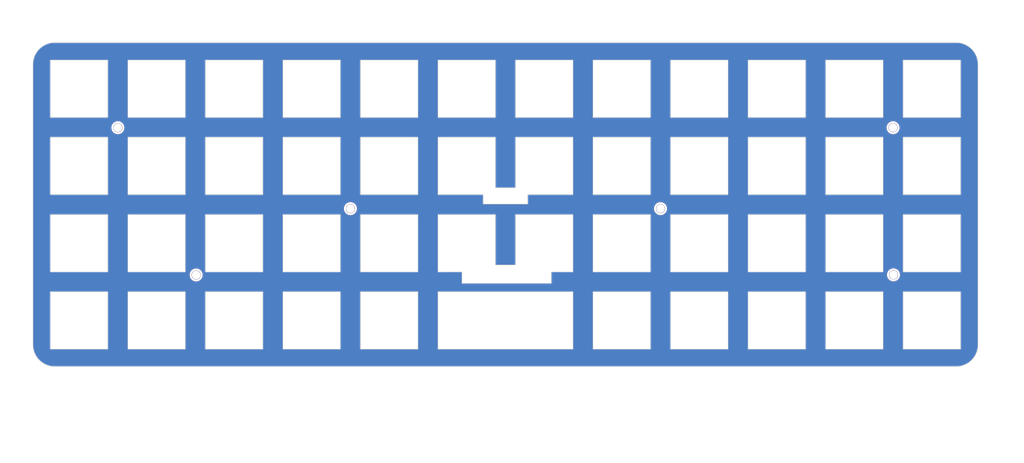
<source format=kicad_pcb>
(kicad_pcb (version 20221018) (generator pcbnew)
  (layers (0 "F.Cu" signal) (31 "B.Cu" signal) (34 "B.Paste" user) (35 "F.Paste" user) (36 "B.SilkS" user "B.Silkscreen") (37 "F.SilkS" user "F.Silkscreen") (38 "B.Mask" user) (39 "F.Mask" user) (44 "Edge.Cuts" user))
  (net 0 "")
  (footprint "MountingHole:MountingHole_2.1mm" (layer "F.Cu") (at 90.0684 53.9242)
    (fp_text reference "REF**")
    (fp_text value "MountingHole_2.1mm")
    (pad "" thru_hole circle (at 0 0) (size 2.2 2.2) (drill 2.1) (layers "*.Cu" "*.Mask"))
  )
  (footprint "MountingHole:MountingHole_2.1mm" (layer "F.Cu") (at 52.16 70.2374)
    (fp_text reference "REF**")
    (fp_text value "MountingHole_2.1mm")
    (pad "" thru_hole circle (at 0 0) (size 2.2 2.2) (drill 2.1) (layers "*.Cu" "*.Mask"))
  )
  (footprint "MountingHole:MountingHole_2.1mm" (layer "F.Cu") (at 32.9184 34.0106)
    (fp_text reference "REF**")
    (fp_text value "MountingHole_2.1mm")
    (pad "" thru_hole circle (at 0 0) (size 2.2 2.2) (drill 2.1) (layers "*.Cu" "*.Mask"))
  )
  (footprint "MountingHole:MountingHole_2.1mm" (layer "F.Cu") (at 166.2684 53.9242)
    (fp_text reference "REF**")
    (fp_text value "MountingHole_2.1mm")
    (pad "" thru_hole circle (at 0 0) (size 2.2 2.2) (drill 2.1) (layers "*.Cu" "*.Mask"))
  )
  (footprint "MountingHole:MountingHole_2.1mm" (layer "F.Cu") (at 223.52 70.2056)
    (fp_text reference "REF**")
    (fp_text value "MountingHole_2.1mm")
    (pad "" thru_hole circle (at 0 0) (size 2.2 2.2) (drill 2.1) (layers "*.Cu" "*.Mask"))
  )
  (footprint "MountingHole:MountingHole_2.1mm" (layer "F.Cu") (at 223.4184 34.0106)
    (fp_text reference "REF**")
    (fp_text value "MountingHole_2.1mm")
    (pad "" thru_hole circle (at 0 0) (size 2.2 2.2) (drill 2.1) (layers "*.Cu" "*.Mask"))
  )
  (gr_line (start 87.622 31.496) (end 73.472 31.496) (stroke (width 0.1)) (layer "Edge.Cuts"))
  (gr_line (start 201.922 88.496) (end 187.772 88.496) (stroke (width 0.1)) (layer "Edge.Cuts"))
  (gr_line (start 30.472 17.346) (end 30.472 31.496) (stroke (width 0.1)) (layer "Edge.Cuts"))
  (gr_line (start 16.322 69.496) (end 16.322 55.346) (stroke (width 0.1)) (layer "Edge.Cuts"))
  (gr_line (start 117.47 69.4944) (end 111.572 69.496) (stroke (width 0.1)) (layer "Edge.Cuts"))
  (gr_line (start 182.872 50.496) (end 168.722 50.496) (stroke (width 0.1)) (layer "Edge.Cuts"))
  (gr_line (start 220.972 69.496) (end 206.822 69.496) (stroke (width 0.1)) (layer "Edge.Cuts"))
  (gr_line (start 68.572 88.496) (end 54.422 88.496) (stroke (width 0.1)) (layer "Edge.Cuts"))
  (gr_line (start 111.572 74.346) (end 144.772 74.346) (stroke (width 0.1)) (layer "Edge.Cuts"))
  (gr_line (start 163.822 17.346) (end 163.822 31.496) (stroke (width 0.1)) (layer "Edge.Cuts"))
  (gr_line (start 106.672 88.496) (end 92.522 88.496) (stroke (width 0.1)) (layer "Edge.Cuts"))
  (gr_line (start 240.022 55.346) (end 240.022 69.496) (stroke (width 0.1)) (layer "Edge.Cuts"))
  (gr_line (start 125.722 17.346) (end 125.722 31.496) (stroke (width 0.1)) (layer "Edge.Cuts"))
  (gr_line (start 35.372 36.346) (end 49.522 36.346) (stroke (width 0.1)) (layer "Edge.Cuts"))
  (gr_line (start 225.872 88.496) (end 225.872 74.346) (stroke (width 0.1)) (layer "Edge.Cuts"))
  (gr_line (start 187.772 69.496) (end 187.772 55.346) (stroke (width 0.1)) (layer "Edge.Cuts"))
  (gr_line (start 201.922 74.346) (end 201.922 88.496) (stroke (width 0.1)) (layer "Edge.Cuts"))
  (gr_line (start 220.972 36.346) (end 220.972 50.496) (stroke (width 0.1)) (layer "Edge.Cuts"))
  (gr_line (start 144.772 88.496) (end 111.572 88.496) (stroke (width 0.1)) (layer "Edge.Cuts"))
  (gr_line (start 133.67 50.496) (end 133.67 52.8112) (stroke (width 0.1)) (layer "Edge.Cuts"))
  (gr_line (start 206.822 17.346) (end 220.972 17.346) (stroke (width 0.1)) (layer "Edge.Cuts"))
  (gr_line (start 92.522 17.346) (end 106.672 17.346) (stroke (width 0.1)) (layer "Edge.Cuts"))
  (gr_line (start 144.772 55.346) (end 144.772 69.496) (stroke (width 0.1)) (layer "Edge.Cuts"))
  (gr_line (start 35.372 17.346) (end 49.522 17.346) (stroke (width 0.1)) (layer "Edge.Cuts"))
  (gr_line (start 220.972 31.496) (end 206.822 31.496) (stroke (width 0.1)) (layer "Edge.Cuts"))
  (gr_line (start 54.422 55.346) (end 68.572 55.346) (stroke (width 0.1)) (layer "Edge.Cuts"))
  (gr_line (start 68.572 74.346) (end 68.572 88.496) (stroke (width 0.1)) (layer "Edge.Cuts"))
  (gr_line (start 168.722 74.346) (end 182.872 74.346) (stroke (width 0.1)) (layer "Edge.Cuts"))
  (gr_line (start 68.572 36.346) (end 68.572 50.496) (stroke (width 0.1)) (layer "Edge.Cuts"))
  (gr_line (start 30.472 36.346) (end 30.472 50.496) (stroke (width 0.1)) (layer "Edge.Cuts"))
  (gr_line (start 125.722 55.346) (end 125.722 67.77) (stroke (width 0.1)) (layer "Edge.Cuts"))
  (gr_line (start 182.872 74.346) (end 182.872 88.496) (stroke (width 0.1)) (layer "Edge.Cuts"))
  (gr_line (start 149.672 74.346) (end 163.822 74.346) (stroke (width 0.1)) (layer "Edge.Cuts"))
  (gr_line (start 106.672 17.346) (end 106.672 31.496) (stroke (width 0.1)) (layer "Edge.Cuts"))
  (gr_arc (start 17.42 92.7354) (mid 13.636979 91.168421) (end 12.07 87.3854) (stroke (width 0.1)) (layer "Edge.Cuts"))
  (gr_line (start 92.522 50.496) (end 92.522 36.346) (stroke (width 0.1)) (layer "Edge.Cuts"))
  (gr_line (start 54.422 74.346) (end 68.572 74.346) (stroke (width 0.1)) (layer "Edge.Cuts"))
  (gr_line (start 54.422 50.496) (end 54.422 36.346) (stroke (width 0.1)) (layer "Edge.Cuts"))
  (gr_line (start 122.67 50.496) (end 111.572 50.496) (stroke (width 0.1)) (layer "Edge.Cuts"))
  (gr_line (start 220.972 55.346) (end 220.972 69.496) (stroke (width 0.1)) (layer "Edge.Cuts"))
  (gr_line (start 187.772 36.346) (end 201.922 36.346) (stroke (width 0.1)) (layer "Edge.Cuts"))
  (gr_line (start 220.972 17.346) (end 220.972 31.496) (stroke (width 0.1)) (layer "Edge.Cuts"))
  (gr_line (start 54.422 17.346) (end 68.572 17.346) (stroke (width 0.1)) (layer "Edge.Cuts"))
  (gr_line (start 149.672 31.496) (end 149.672 17.346) (stroke (width 0.1)) (layer "Edge.Cuts"))
  (gr_line (start 35.372 74.346) (end 49.522 74.346) (stroke (width 0.1)) (layer "Edge.Cuts"))
  (gr_line (start 149.672 88.496) (end 149.672 74.346) (stroke (width 0.1)) (layer "Edge.Cuts"))
  (gr_line (start 130.622 31.496) (end 130.622 17.346) (stroke (width 0.1)) (layer "Edge.Cuts"))
  (gr_line (start 49.522 74.346) (end 49.522 88.496) (stroke (width 0.1)) (layer "Edge.Cuts"))
  (gr_line (start 187.772 55.346) (end 201.922 55.346) (stroke (width 0.1)) (layer "Edge.Cuts"))
  (gr_line (start 49.522 17.346) (end 49.522 31.496) (stroke (width 0.1)) (layer "Edge.Cuts"))
  (gr_line (start 225.872 55.346) (end 240.022 55.346) (stroke (width 0.1)) (layer "Edge.Cuts"))
  (gr_line (start 54.422 88.496) (end 54.422 74.346) (stroke (width 0.1)) (layer "Edge.Cuts"))
  (gr_line (start 87.622 88.496) (end 73.472 88.496) (stroke (width 0.1)) (layer "Edge.Cuts"))
  (gr_line (start 30.472 69.496) (end 16.322 69.496) (stroke (width 0.1)) (layer "Edge.Cuts"))
  (gr_line (start 30.472 31.496) (end 16.322 31.496) (stroke (width 0.1)) (layer "Edge.Cuts"))
  (gr_line (start 149.672 17.346) (end 163.822 17.346) (stroke (width 0.1)) (layer "Edge.Cuts"))
  (gr_line (start 128.47 72.31) (end 117.47 72.31) (stroke (width 0.1)) (layer "Edge.Cuts"))
  (gr_line (start 35.372 69.496) (end 35.372 55.346) (stroke (width 0.1)) (layer "Edge.Cuts"))
  (gr_arc (start 12.07 18.441) (mid 13.636979 14.657979) (end 17.42 13.091) (stroke (width 0.1)) (layer "Edge.Cuts"))
  (gr_line (start 163.822 69.496) (end 149.672 69.496) (stroke (width 0.1)) (layer "Edge.Cuts"))
  (gr_line (start 168.722 88.496) (end 168.722 74.346) (stroke (width 0.1)) (layer "Edge.Cuts"))
  (gr_line (start 68.572 50.496) (end 54.422 50.496) (stroke (width 0.1)) (layer "Edge.Cuts"))
  (gr_line (start 240.022 31.496) (end 225.872 31.496) (stroke (width 0.1)) (layer "Edge.Cuts"))
  (gr_line (start 130.622 55.346) (end 144.772 55.346) (stroke (width 0.1)) (layer "Edge.Cuts"))
  (gr_line (start 182.872 55.346) (end 182.872 69.496) (stroke (width 0.1)) (layer "Edge.Cuts"))
  (gr_line (start 111.572 17.346) (end 125.722 17.346) (stroke (width 0.1)) (layer "Edge.Cuts"))
  (gr_line (start 16.322 31.496) (end 16.322 17.346) (stroke (width 0.1)) (layer "Edge.Cuts"))
  (gr_line (start 87.622 17.346) (end 87.622 31.496) (stroke (width 0.1)) (layer "Edge.Cuts"))
  (gr_line (start 111.572 36.346) (end 125.722 36.346) (stroke (width 0.1)) (layer "Edge.Cuts"))
  (gr_line (start 106.672 55.346) (end 106.672 69.496) (stroke (width 0.1)) (layer "Edge.Cuts"))
  (gr_line (start 225.872 69.496) (end 225.872 55.346) (stroke (width 0.1)) (layer "Edge.Cuts"))
  (gr_line (start 87.622 36.346) (end 87.622 50.496) (stroke (width 0.1)) (layer "Edge.Cuts"))
  (gr_line (start 30.472 55.346) (end 30.472 69.496) (stroke (width 0.1)) (layer "Edge.Cuts"))
  (gr_line (start 163.822 74.346) (end 163.822 88.496) (stroke (width 0.1)) (layer "Edge.Cuts"))
  (gr_line (start 168.722 55.346) (end 182.872 55.346) (stroke (width 0.1)) (layer "Edge.Cuts"))
  (gr_line (start 54.422 69.496) (end 54.422 55.346) (stroke (width 0.1)) (layer "Edge.Cuts"))
  (gr_line (start 182.872 17.346) (end 182.872 31.496) (stroke (width 0.1)) (layer "Edge.Cuts"))
  (gr_line (start 30.472 50.496) (end 16.322 50.496) (stroke (width 0.1)) (layer "Edge.Cuts"))
  (gr_line (start 225.872 36.346) (end 240.022 36.346) (stroke (width 0.1)) (layer "Edge.Cuts"))
  (gr_line (start 16.322 88.496) (end 16.322 74.346) (stroke (width 0.1)) (layer "Edge.Cuts"))
  (gr_line (start 111.572 55.346) (end 125.722 55.346) (stroke (width 0.1)) (layer "Edge.Cuts"))
  (gr_line (start 244.27 87.3854) (end 244.27 18.441) (stroke (width 0.1)) (layer "Edge.Cuts"))
  (gr_line (start 49.522 88.496) (end 35.372 88.496) (stroke (width 0.1)) (layer "Edge.Cuts"))
  (gr_line (start 168.722 17.346) (end 182.872 17.346) (stroke (width 0.1)) (layer "Edge.Cuts"))
  (gr_line (start 106.672 69.496) (end 92.522 69.496) (stroke (width 0.1)) (layer "Edge.Cuts"))
  (gr_line (start 163.822 55.346) (end 163.822 69.496) (stroke (width 0.1)) (layer "Edge.Cuts"))
  (gr_line (start 187.772 74.346) (end 201.922 74.346) (stroke (width 0.1)) (layer "Edge.Cuts"))
  (gr_line (start 54.422 31.496) (end 54.422 17.346) (stroke (width 0.1)) (layer "Edge.Cuts"))
  (gr_line (start 106.672 74.346) (end 106.672 88.496) (stroke (width 0.1)) (layer "Edge.Cuts"))
  (gr_line (start 240.022 74.346) (end 240.022 88.496) (stroke (width 0.1)) (layer "Edge.Cuts"))
  (gr_line (start 16.322 36.346) (end 30.472 36.346) (stroke (width 0.1)) (layer "Edge.Cuts"))
  (gr_line (start 220.972 74.346) (end 220.972 88.496) (stroke (width 0.1)) (layer "Edge.Cuts"))
  (gr_line (start 49.522 69.496) (end 35.372 69.496) (stroke (width 0.1)) (layer "Edge.Cuts"))
  (gr_line (start 225.872 31.496) (end 225.872 17.346) (stroke (width 0.1)) (layer "Edge.Cuts"))
  (gr_line (start 111.572 50.496) (end 111.572 36.346) (stroke (width 0.1)) (layer "Edge.Cuts"))
  (gr_line (start 12.07 18.441) (end 12.07 87.3854) (stroke (width 0.1)) (layer "Edge.Cuts"))
  (gr_line (start 16.322 50.496) (end 16.322 36.346) (stroke (width 0.1)) (layer "Edge.Cuts"))
  (gr_line (start 16.322 55.346) (end 30.472 55.346) (stroke (width 0.1)) (layer "Edge.Cuts"))
  (gr_line (start 139.47 72.31) (end 139.47 69.4944) (stroke (width 0.1)) (layer "Edge.Cuts"))
  (gr_line (start 111.572 31.496) (end 111.572 17.346) (stroke (width 0.1)) (layer "Edge.Cuts"))
  (gr_line (start 201.922 69.496) (end 187.772 69.496) (stroke (width 0.1)) (layer "Edge.Cuts"))
  (gr_line (start 187.772 50.496) (end 187.772 36.346) (stroke (width 0.1)) (layer "Edge.Cuts"))
  (gr_line (start 201.922 50.496) (end 187.772 50.496) (stroke (width 0.1)) (layer "Edge.Cuts"))
  (gr_line (start 206.822 36.346) (end 220.972 36.346) (stroke (width 0.1)) (layer "Edge.Cuts"))
  (gr_line (start 182.872 36.346) (end 182.872 50.496) (stroke (width 0.1)) (layer "Edge.Cuts"))
  (gr_line (start 130.622 17.346) (end 144.772 17.346) (stroke (width 0.1)) (layer "Edge.Cuts"))
  (gr_line (start 68.572 17.346) (end 68.572 31.496) (stroke (width 0.1)) (layer "Edge.Cuts"))
  (gr_line (start 220.972 50.496) (end 206.822 50.496) (stroke (width 0.1)) (layer "Edge.Cuts"))
  (gr_line (start 206.822 69.496) (end 206.822 55.346) (stroke (width 0.1)) (layer "Edge.Cuts"))
  (gr_line (start 240.022 36.346) (end 240.022 50.496) (stroke (width 0.1)) (layer "Edge.Cuts"))
  (gr_line (start 73.472 17.346) (end 87.622 17.346) (stroke (width 0.1)) (layer "Edge.Cuts"))
  (gr_line (start 73.472 50.496) (end 73.472 36.346) (stroke (width 0.1)) (layer "Edge.Cuts"))
  (gr_line (start 125.722 67.77) (end 130.622 67.77) (stroke (width 0.1)) (layer "Edge.Cuts"))
  (gr_line (start 130.622 67.77) (end 130.622 55.346) (stroke (width 0.1)) (layer "Edge.Cuts"))
  (gr_line (start 163.822 50.496) (end 149.672 50.496) (stroke (width 0.1)) (layer "Edge.Cuts"))
  (gr_line (start 168.722 50.496) (end 168.722 36.346) (stroke (width 0.1)) (layer "Edge.Cuts"))
  (gr_line (start 35.372 88.496) (end 35.372 74.346) (stroke (width 0.1)) (layer "Edge.Cuts"))
  (gr_line (start 92.522 55.346) (end 106.672 55.346) (stroke (width 0.1)) (layer "Edge.Cuts"))
  (gr_line (start 73.472 55.346) (end 87.622 55.346) (stroke (width 0.1)) (layer "Edge.Cuts"))
  (gr_line (start 35.372 31.496) (end 35.372 17.346) (stroke (width 0.1)) (layer "Edge.Cuts"))
  (gr_line (start 30.472 74.346) (end 30.472 88.496) (stroke (width 0.1)) (layer "Edge.Cuts"))
  (gr_line (start 49.522 55.346) (end 49.522 69.496) (stroke (width 0.1)) (layer "Edge.Cuts"))
  (gr_line (start 73.472 74.346) (end 87.622 74.346) (stroke (width 0.1)) (layer "Edge.Cuts"))
  (gr_line (start 106.672 50.496) (end 92.522 50.496) (stroke (width 0.1)) (layer "Edge.Cuts"))
  (gr_line (start 201.922 36.346) (end 201.922 50.496) (stroke (width 0.1)) (layer "Edge.Cuts"))
  (gr_line (start 225.872 50.496) (end 225.872 36.346) (stroke (width 0.1)) (layer "Edge.Cuts"))
  (gr_line (start 73.472 69.496) (end 73.472 55.346) (stroke (width 0.1)) (layer "Edge.Cuts"))
  (gr_line (start 49.522 31.496) (end 35.372 31.496) (stroke (width 0.1)) (layer "Edge.Cuts"))
  (gr_line (start 87.622 69.496) (end 73.472 69.496) (stroke (width 0.1)) (layer "Edge.Cuts"))
  (gr_line (start 187.772 88.496) (end 187.772 74.346) (stroke (width 0.1)) (layer "Edge.Cuts"))
  (gr_line (start 225.872 17.346) (end 240.022 17.346) (stroke (width 0.1)) (layer "Edge.Cuts"))
  (gr_line (start 106.672 31.496) (end 92.522 31.496) (stroke (width 0.1)) (layer "Edge.Cuts"))
  (gr_line (start 206.822 55.346) (end 220.972 55.346) (stroke (width 0.1)) (layer "Edge.Cuts"))
  (gr_line (start 168.722 69.496) (end 168.722 55.346) (stroke (width 0.1)) (layer "Edge.Cuts"))
  (gr_line (start 87.622 55.346) (end 87.622 69.496) (stroke (width 0.1)) (layer "Edge.Cuts"))
  (gr_line (start 206.822 88.496) (end 206.822 74.346) (stroke (width 0.1)) (layer "Edge.Cuts"))
  (gr_line (start 163.822 31.496) (end 149.672 31.496) (stroke (width 0.1)) (layer "Edge.Cuts"))
  (gr_line (start 68.572 69.496) (end 54.422 69.496) (stroke (width 0.1)) (layer "Edge.Cuts"))
  (gr_line (start 92.522 74.346) (end 106.672 74.346) (stroke (width 0.1)) (layer "Edge.Cuts"))
  (gr_line (start 92.522 69.496) (end 92.522 55.346) (stroke (width 0.1)) (layer "Edge.Cuts"))
  (gr_line (start 130.622 48.77) (end 130.622 36.346) (stroke (width 0.1)) (layer "Edge.Cuts"))
  (gr_line (start 182.872 31.496) (end 168.722 31.496) (stroke (width 0.1)) (layer "Edge.Cuts"))
  (gr_line (start 111.572 69.496) (end 111.572 55.346) (stroke (width 0.1)) (layer "Edge.Cuts"))
  (gr_line (start 73.472 31.496) (end 73.472 17.346) (stroke (width 0.1)) (layer "Edge.Cuts"))
  (gr_line (start 30.472 88.496) (end 16.322 88.496) (stroke (width 0.1)) (layer "Edge.Cuts"))
  (gr_line (start 240.022 50.496) (end 225.872 50.496) (stroke (width 0.1)) (layer "Edge.Cuts"))
  (gr_line (start 35.372 55.346) (end 49.522 55.346) (stroke (width 0.1)) (layer "Edge.Cuts"))
  (gr_line (start 206.822 50.496) (end 206.822 36.346) (stroke (width 0.1)) (layer "Edge.Cuts"))
  (gr_line (start 149.672 36.346) (end 163.822 36.346) (stroke (width 0.1)) (layer "Edge.Cuts"))
  (gr_arc (start 244.27 87.3854) (mid 242.703021 91.168421) (end 238.92 92.7354) (stroke (width 0.1)) (layer "Edge.Cuts"))
  (gr_line (start 133.67 52.8112) (end 122.67 52.8112) (stroke (width 0.1)) (layer "Edge.Cuts"))
  (gr_line (start 73.472 36.346) (end 87.622 36.346) (stroke (width 0.1)) (layer "Edge.Cuts"))
  (gr_line (start 187.772 17.346) (end 201.922 17.346) (stroke (width 0.1)) (layer "Edge.Cuts"))
  (gr_line (start 92.522 36.346) (end 106.672 36.346) (stroke (width 0.1)) (layer "Edge.Cuts"))
  (gr_line (start 149.672 55.346) (end 163.822 55.346) (stroke (width 0.1)) (layer "Edge.Cuts"))
  (gr_line (start 168.722 36.346) (end 182.872 36.346) (stroke (width 0.1)) (layer "Edge.Cuts"))
  (gr_line (start 144.772 74.346) (end 144.772 88.496) (stroke (width 0.1)) (layer "Edge.Cuts"))
  (gr_line (start 16.322 74.346) (end 30.472 74.346) (stroke (width 0.1)) (layer "Edge.Cuts"))
  (gr_line (start 49.522 50.496) (end 35.372 50.496) (stroke (width 0.1)) (layer "Edge.Cuts"))
  (gr_line (start 117.47 72.31) (end 117.47 69.4944) (stroke (width 0.1)) (layer "Edge.Cuts"))
  (gr_line (start 68.572 55.346) (end 68.572 69.496) (stroke (width 0.1)) (layer "Edge.Cuts"))
  (gr_line (start 225.872 74.346) (end 240.022 74.346) (stroke (width 0.1)) (layer "Edge.Cuts"))
  (gr_line (start 201.922 31.496) (end 187.772 31.496) (stroke (width 0.1)) (layer "Edge.Cuts"))
  (gr_line (start 73.472 88.496) (end 73.472 74.346) (stroke (width 0.1)) (layer "Edge.Cuts"))
  (gr_line (start 87.622 50.496) (end 73.472 50.496) (stroke (width 0.1)) (layer "Edge.Cuts"))
  (gr_line (start 240.022 17.346) (end 240.022 31.496) (stroke (width 0.1)) (layer "Edge.Cuts"))
  (gr_line (start 206.822 74.346) (end 220.972 74.346) (stroke (width 0.1)) (layer "Edge.Cuts"))
  (gr_line (start 144.772 36.346) (end 144.772 50.496) (stroke (width 0.1)) (layer "Edge.Cuts"))
  (gr_line (start 87.622 74.346) (end 87.622 88.496) (stroke (width 0.1)) (layer "Edge.Cuts"))
  (gr_line (start 92.522 31.496) (end 92.522 17.346) (stroke (width 0.1)) (layer "Edge.Cuts"))
  (gr_line (start 240.022 69.496) (end 225.872 69.496) (stroke (width 0.1)) (layer "Edge.Cuts"))
  (gr_line (start 238.92 13.091) (end 17.42 13.091) (stroke (width 0.1)) (layer "Edge.Cuts"))
  (gr_line (start 144.772 31.496) (end 130.622 31.496) (stroke (width 0.1)) (layer "Edge.Cuts"))
  (gr_line (start 54.422 36.346) (end 68.572 36.346) (stroke (width 0.1)) (layer "Edge.Cuts"))
  (gr_line (start 201.922 17.346) (end 201.922 31.496) (stroke (width 0.1)) (layer "Edge.Cuts"))
  (gr_line (start 68.572 31.496) (end 54.422 31.496) (stroke (width 0.1)) (layer "Edge.Cuts"))
  (gr_line (start 206.822 31.496) (end 206.822 17.346) (stroke (width 0.1)) (layer "Edge.Cuts"))
  (gr_line (start 144.772 17.346) (end 144.772 31.496) (stroke (width 0.1)) (layer "Edge.Cuts"))
  (gr_line (start 182.872 88.496) (end 168.722 88.496) (stroke (width 0.1)) (layer "Edge.Cuts"))
  (gr_line (start 17.42 92.7354) (end 238.92 92.7354) (stroke (width 0.1)) (layer "Edge.Cuts"))
  (gr_line (start 144.772 69.496) (end 139.47 69.4944) (stroke (width 0.1)) (layer "Edge.Cuts"))
  (gr_line (start 220.972 88.496) (end 206.822 88.496) (stroke (width 0.1)) (layer "Edge.Cuts"))
  (gr_line (start 163.822 36.346) (end 163.822 50.496) (stroke (width 0.1)) (layer "Edge.Cuts"))
  (gr_line (start 111.572 88.496) (end 111.572 74.346) (stroke (width 0.1)) (layer "Edge.Cuts"))
  (gr_line (start 35.372 50.496) (end 35.372 36.346) (stroke (width 0.1)) (layer "Edge.Cuts"))
  (gr_line (start 144.772 50.496) (end 133.67 50.496) (stroke (width 0.1)) (layer "Edge.Cuts"))
  (gr_line (start 125.722 48.77) (end 130.622 48.77) (stroke (width 0.1)) (layer "Edge.Cuts"))
  (gr_line (start 149.672 50.496) (end 149.672 36.346) (stroke (width 0.1)) (layer "Edge.Cuts"))
  (gr_line (start 125.722 36.346) (end 125.722 48.77) (stroke (width 0.1)) (layer "Edge.Cuts"))
  (gr_line (start 182.872 69.496) (end 168.722 69.496) (stroke (width 0.1)) (layer "Edge.Cuts"))
  (gr_line (start 16.322 17.346) (end 30.472 17.346) (stroke (width 0.1)) (layer "Edge.Cuts"))
  (gr_line (start 139.47 72.31) (end 128.47 72.31) (stroke (width 0.1)) (layer "Edge.Cuts"))
  (gr_line (start 130.622 36.346) (end 144.772 36.346) (stroke (width 0.1)) (layer "Edge.Cuts"))
  (gr_line (start 149.672 69.496) (end 149.672 55.346) (stroke (width 0.1)) (layer "Edge.Cuts"))
  (gr_line (start 106.672 36.346) (end 106.672 50.496) (stroke (width 0.1)) (layer "Edge.Cuts"))
  (gr_line (start 168.722 31.496) (end 168.722 17.346) (stroke (width 0.1)) (layer "Edge.Cuts"))
  (gr_line (start 125.722 31.496) (end 111.572 31.496) (stroke (width 0.1)) (layer "Edge.Cuts"))
  (gr_line (start 163.822 88.496) (end 149.672 88.496) (stroke (width 0.1)) (layer "Edge.Cuts"))
  (gr_line (start 122.67 52.8112) (end 122.67 50.496) (stroke (width 0.1)) (layer "Edge.Cuts"))
  (gr_line (start 240.022 88.496) (end 225.872 88.496) (stroke (width 0.1)) (layer "Edge.Cuts"))
  (gr_line (start 201.922 55.346) (end 201.922 69.496) (stroke (width 0.1)) (layer "Edge.Cuts"))
  (gr_line (start 49.522 36.346) (end 49.522 50.496) (stroke (width 0.1)) (layer "Edge.Cuts"))
  (gr_line (start 92.522 88.496) (end 92.522 74.346) (stroke (width 0.1)) (layer "Edge.Cuts"))
  (gr_line (start 187.772 31.496) (end 187.772 17.346) (stroke (width 0.1)) (layer "Edge.Cuts"))
  (gr_arc (start 238.92 13.091) (mid 242.703021 14.657979) (end 244.27 18.441) (stroke (width 0.1)) (layer "Edge.Cuts"))
  (zone (net 0) (net_name "") (layers "F&B.Cu") (connect_pads no (clearance 0.508)) (min_thickness 0.254) (fill yes (thermal_gap 0.508) (thermal_bridge_width 0.508))
    (polygon (pts (xy 10.660724 3.939592) (xy 3.955124 116.537792) (xy 255.6002 112.3442) (xy 254.653124 2.593392)))
  )
)
</source>
